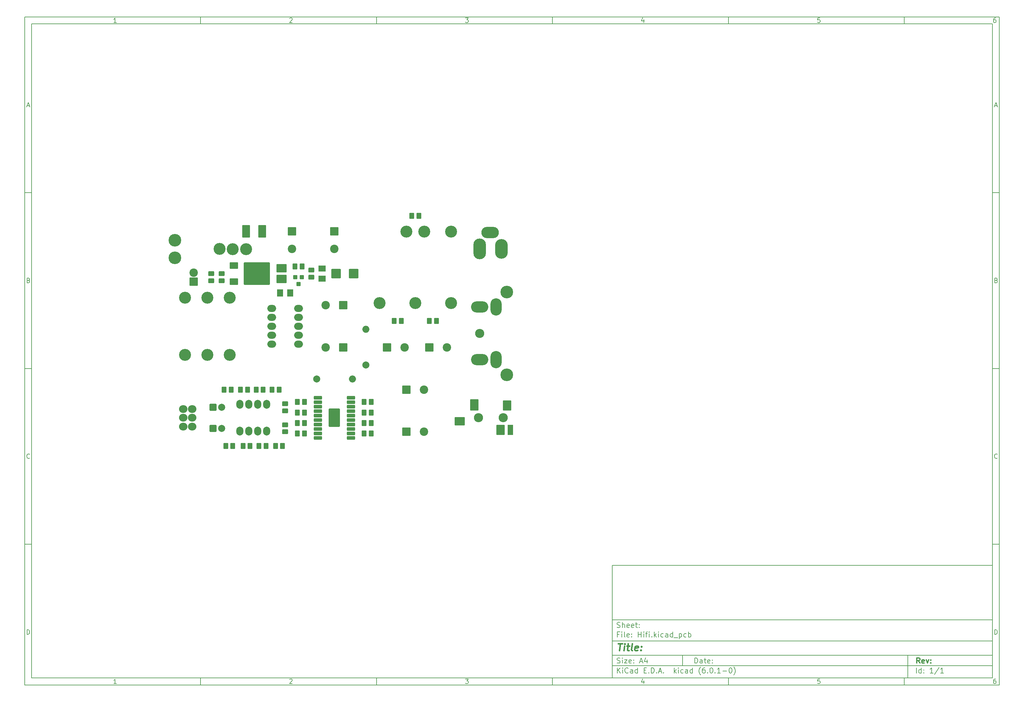
<source format=gts>
G04 #@! TF.GenerationSoftware,KiCad,Pcbnew,(6.0.1-0)*
G04 #@! TF.CreationDate,2022-01-26T00:05:37+08:00*
G04 #@! TF.ProjectId,Hifi,48696669-2e6b-4696-9361-645f70636258,rev?*
G04 #@! TF.SameCoordinates,Original*
G04 #@! TF.FileFunction,Soldermask,Top*
G04 #@! TF.FilePolarity,Negative*
%FSLAX46Y46*%
G04 Gerber Fmt 4.6, Leading zero omitted, Abs format (unit mm)*
G04 Created by KiCad (PCBNEW (6.0.1-0)) date 2022-01-26 00:05:37*
%MOMM*%
%LPD*%
G01*
G04 APERTURE LIST*
G04 Aperture macros list*
%AMRoundRect*
0 Rectangle with rounded corners*
0 $1 Rounding radius*
0 $2 $3 $4 $5 $6 $7 $8 $9 X,Y pos of 4 corners*
0 Add a 4 corners polygon primitive as box body*
4,1,4,$2,$3,$4,$5,$6,$7,$8,$9,$2,$3,0*
0 Add four circle primitives for the rounded corners*
1,1,$1+$1,$2,$3*
1,1,$1+$1,$4,$5*
1,1,$1+$1,$6,$7*
1,1,$1+$1,$8,$9*
0 Add four rect primitives between the rounded corners*
20,1,$1+$1,$2,$3,$4,$5,0*
20,1,$1+$1,$4,$5,$6,$7,0*
20,1,$1+$1,$6,$7,$8,$9,0*
20,1,$1+$1,$8,$9,$2,$3,0*%
G04 Aperture macros list end*
%ADD10C,0.100000*%
%ADD11C,0.150000*%
%ADD12C,0.300000*%
%ADD13C,0.400000*%
%ADD14RoundRect,0.200000X0.500000X0.625000X-0.500000X0.625000X-0.500000X-0.625000X0.500000X-0.625000X0*%
%ADD15RoundRect,0.200000X-0.500000X-0.625000X0.500000X-0.625000X0.500000X0.625000X-0.500000X0.625000X0*%
%ADD16RoundRect,0.200000X-1.000000X-1.000000X1.000000X-1.000000X1.000000X1.000000X-1.000000X1.000000X0*%
%ADD17C,2.400000*%
%ADD18RoundRect,0.200000X-0.900000X-1.600000X0.900000X-1.600000X0.900000X1.600000X-0.900000X1.600000X0*%
%ADD19C,2.000000*%
%ADD20O,2.000000X2.000000*%
%ADD21RoundRect,0.200000X-0.975000X-0.300000X0.975000X-0.300000X0.975000X0.300000X-0.975000X0.300000X0*%
%ADD22C,1.400000*%
%ADD23RoundRect,0.200000X-1.400000X-2.400000X1.400000X-2.400000X1.400000X2.400000X-1.400000X2.400000X0*%
%ADD24O,2.000000X2.500000*%
%ADD25O,2.400000X2.200000*%
%ADD26O,3.400000X3.400000*%
%ADD27O,2.600000X2.600000*%
%ADD28RoundRect,0.200000X-1.000000X1.250000X-1.000000X-1.250000X1.000000X-1.250000X1.000000X1.250000X0*%
%ADD29RoundRect,0.200000X-1.000000X1.400000X-1.000000X-1.400000X1.000000X-1.400000X1.000000X1.400000X0*%
%ADD30RoundRect,0.200000X-1.250000X1.000000X-1.250000X-1.000000X1.250000X-1.000000X1.250000X1.000000X0*%
%ADD31RoundRect,0.200000X-0.600000X1.250000X-0.600000X-1.250000X0.600000X-1.250000X0.600000X1.250000X0*%
%ADD32C,3.600000*%
%ADD33O,3.200000X4.900000*%
%ADD34O,4.900000X3.200000*%
%ADD35O,3.600000X5.900000*%
%ADD36O,3.600000X5.600000*%
%ADD37O,5.000000X3.200000*%
%ADD38C,3.400000*%
%ADD39O,2.500000X2.000000*%
%ADD40RoundRect,0.200000X-1.000000X0.750000X-1.000000X-0.750000X1.000000X-0.750000X1.000000X0.750000X0*%
%ADD41RoundRect,0.200000X-3.500000X3.000000X-3.500000X-3.000000X3.500000X-3.000000X3.500000X3.000000X0*%
%ADD42RoundRect,0.200000X-0.625000X0.500000X-0.625000X-0.500000X0.625000X-0.500000X0.625000X0.500000X0*%
%ADD43RoundRect,0.200000X-1.185000X-1.115000X1.185000X-1.115000X1.185000X1.115000X-1.185000X1.115000X0*%
%ADD44RoundRect,0.200000X0.850000X-0.680000X0.850000X0.680000X-0.850000X0.680000X-0.850000X-0.680000X0*%
%ADD45RoundRect,0.200000X0.680000X0.850000X-0.680000X0.850000X-0.680000X-0.850000X0.680000X-0.850000X0*%
%ADD46RoundRect,0.200000X0.400050X0.400050X-0.400050X0.400050X-0.400050X-0.400050X0.400050X-0.400050X0*%
%ADD47RoundRect,0.200000X0.625000X-0.500000X0.625000X0.500000X-0.625000X0.500000X-0.625000X-0.500000X0*%
%ADD48RoundRect,0.200000X-1.249680X0.975360X-1.249680X-0.975360X1.249680X-0.975360X1.249680X0.975360X0*%
%ADD49RoundRect,0.200000X1.000000X1.000000X-1.000000X1.000000X-1.000000X-1.000000X1.000000X-1.000000X0*%
%ADD50RoundRect,0.200000X-1.000000X1.000000X-1.000000X-1.000000X1.000000X-1.000000X1.000000X1.000000X0*%
%ADD51RoundRect,0.200000X-0.800000X-0.800000X0.800000X-0.800000X0.800000X0.800000X-0.800000X0.800000X0*%
G04 APERTURE END LIST*
D10*
D11*
X177002200Y-166007200D02*
X177002200Y-198007200D01*
X285002200Y-198007200D01*
X285002200Y-166007200D01*
X177002200Y-166007200D01*
D10*
D11*
X10000000Y-10000000D02*
X10000000Y-200007200D01*
X287002200Y-200007200D01*
X287002200Y-10000000D01*
X10000000Y-10000000D01*
D10*
D11*
X12000000Y-12000000D02*
X12000000Y-198007200D01*
X285002200Y-198007200D01*
X285002200Y-12000000D01*
X12000000Y-12000000D01*
D10*
D11*
X60000000Y-12000000D02*
X60000000Y-10000000D01*
D10*
D11*
X110000000Y-12000000D02*
X110000000Y-10000000D01*
D10*
D11*
X160000000Y-12000000D02*
X160000000Y-10000000D01*
D10*
D11*
X210000000Y-12000000D02*
X210000000Y-10000000D01*
D10*
D11*
X260000000Y-12000000D02*
X260000000Y-10000000D01*
D10*
D11*
X36065476Y-11588095D02*
X35322619Y-11588095D01*
X35694047Y-11588095D02*
X35694047Y-10288095D01*
X35570238Y-10473809D01*
X35446428Y-10597619D01*
X35322619Y-10659523D01*
D10*
D11*
X85322619Y-10411904D02*
X85384523Y-10350000D01*
X85508333Y-10288095D01*
X85817857Y-10288095D01*
X85941666Y-10350000D01*
X86003571Y-10411904D01*
X86065476Y-10535714D01*
X86065476Y-10659523D01*
X86003571Y-10845238D01*
X85260714Y-11588095D01*
X86065476Y-11588095D01*
D10*
D11*
X135260714Y-10288095D02*
X136065476Y-10288095D01*
X135632142Y-10783333D01*
X135817857Y-10783333D01*
X135941666Y-10845238D01*
X136003571Y-10907142D01*
X136065476Y-11030952D01*
X136065476Y-11340476D01*
X136003571Y-11464285D01*
X135941666Y-11526190D01*
X135817857Y-11588095D01*
X135446428Y-11588095D01*
X135322619Y-11526190D01*
X135260714Y-11464285D01*
D10*
D11*
X185941666Y-10721428D02*
X185941666Y-11588095D01*
X185632142Y-10226190D02*
X185322619Y-11154761D01*
X186127380Y-11154761D01*
D10*
D11*
X236003571Y-10288095D02*
X235384523Y-10288095D01*
X235322619Y-10907142D01*
X235384523Y-10845238D01*
X235508333Y-10783333D01*
X235817857Y-10783333D01*
X235941666Y-10845238D01*
X236003571Y-10907142D01*
X236065476Y-11030952D01*
X236065476Y-11340476D01*
X236003571Y-11464285D01*
X235941666Y-11526190D01*
X235817857Y-11588095D01*
X235508333Y-11588095D01*
X235384523Y-11526190D01*
X235322619Y-11464285D01*
D10*
D11*
X285941666Y-10288095D02*
X285694047Y-10288095D01*
X285570238Y-10350000D01*
X285508333Y-10411904D01*
X285384523Y-10597619D01*
X285322619Y-10845238D01*
X285322619Y-11340476D01*
X285384523Y-11464285D01*
X285446428Y-11526190D01*
X285570238Y-11588095D01*
X285817857Y-11588095D01*
X285941666Y-11526190D01*
X286003571Y-11464285D01*
X286065476Y-11340476D01*
X286065476Y-11030952D01*
X286003571Y-10907142D01*
X285941666Y-10845238D01*
X285817857Y-10783333D01*
X285570238Y-10783333D01*
X285446428Y-10845238D01*
X285384523Y-10907142D01*
X285322619Y-11030952D01*
D10*
D11*
X60000000Y-198007200D02*
X60000000Y-200007200D01*
D10*
D11*
X110000000Y-198007200D02*
X110000000Y-200007200D01*
D10*
D11*
X160000000Y-198007200D02*
X160000000Y-200007200D01*
D10*
D11*
X210000000Y-198007200D02*
X210000000Y-200007200D01*
D10*
D11*
X260000000Y-198007200D02*
X260000000Y-200007200D01*
D10*
D11*
X36065476Y-199595295D02*
X35322619Y-199595295D01*
X35694047Y-199595295D02*
X35694047Y-198295295D01*
X35570238Y-198481009D01*
X35446428Y-198604819D01*
X35322619Y-198666723D01*
D10*
D11*
X85322619Y-198419104D02*
X85384523Y-198357200D01*
X85508333Y-198295295D01*
X85817857Y-198295295D01*
X85941666Y-198357200D01*
X86003571Y-198419104D01*
X86065476Y-198542914D01*
X86065476Y-198666723D01*
X86003571Y-198852438D01*
X85260714Y-199595295D01*
X86065476Y-199595295D01*
D10*
D11*
X135260714Y-198295295D02*
X136065476Y-198295295D01*
X135632142Y-198790533D01*
X135817857Y-198790533D01*
X135941666Y-198852438D01*
X136003571Y-198914342D01*
X136065476Y-199038152D01*
X136065476Y-199347676D01*
X136003571Y-199471485D01*
X135941666Y-199533390D01*
X135817857Y-199595295D01*
X135446428Y-199595295D01*
X135322619Y-199533390D01*
X135260714Y-199471485D01*
D10*
D11*
X185941666Y-198728628D02*
X185941666Y-199595295D01*
X185632142Y-198233390D02*
X185322619Y-199161961D01*
X186127380Y-199161961D01*
D10*
D11*
X236003571Y-198295295D02*
X235384523Y-198295295D01*
X235322619Y-198914342D01*
X235384523Y-198852438D01*
X235508333Y-198790533D01*
X235817857Y-198790533D01*
X235941666Y-198852438D01*
X236003571Y-198914342D01*
X236065476Y-199038152D01*
X236065476Y-199347676D01*
X236003571Y-199471485D01*
X235941666Y-199533390D01*
X235817857Y-199595295D01*
X235508333Y-199595295D01*
X235384523Y-199533390D01*
X235322619Y-199471485D01*
D10*
D11*
X285941666Y-198295295D02*
X285694047Y-198295295D01*
X285570238Y-198357200D01*
X285508333Y-198419104D01*
X285384523Y-198604819D01*
X285322619Y-198852438D01*
X285322619Y-199347676D01*
X285384523Y-199471485D01*
X285446428Y-199533390D01*
X285570238Y-199595295D01*
X285817857Y-199595295D01*
X285941666Y-199533390D01*
X286003571Y-199471485D01*
X286065476Y-199347676D01*
X286065476Y-199038152D01*
X286003571Y-198914342D01*
X285941666Y-198852438D01*
X285817857Y-198790533D01*
X285570238Y-198790533D01*
X285446428Y-198852438D01*
X285384523Y-198914342D01*
X285322619Y-199038152D01*
D10*
D11*
X10000000Y-60000000D02*
X12000000Y-60000000D01*
D10*
D11*
X10000000Y-110000000D02*
X12000000Y-110000000D01*
D10*
D11*
X10000000Y-160000000D02*
X12000000Y-160000000D01*
D10*
D11*
X10690476Y-35216666D02*
X11309523Y-35216666D01*
X10566666Y-35588095D02*
X11000000Y-34288095D01*
X11433333Y-35588095D01*
D10*
D11*
X11092857Y-84907142D02*
X11278571Y-84969047D01*
X11340476Y-85030952D01*
X11402380Y-85154761D01*
X11402380Y-85340476D01*
X11340476Y-85464285D01*
X11278571Y-85526190D01*
X11154761Y-85588095D01*
X10659523Y-85588095D01*
X10659523Y-84288095D01*
X11092857Y-84288095D01*
X11216666Y-84350000D01*
X11278571Y-84411904D01*
X11340476Y-84535714D01*
X11340476Y-84659523D01*
X11278571Y-84783333D01*
X11216666Y-84845238D01*
X11092857Y-84907142D01*
X10659523Y-84907142D01*
D10*
D11*
X11402380Y-135464285D02*
X11340476Y-135526190D01*
X11154761Y-135588095D01*
X11030952Y-135588095D01*
X10845238Y-135526190D01*
X10721428Y-135402380D01*
X10659523Y-135278571D01*
X10597619Y-135030952D01*
X10597619Y-134845238D01*
X10659523Y-134597619D01*
X10721428Y-134473809D01*
X10845238Y-134350000D01*
X11030952Y-134288095D01*
X11154761Y-134288095D01*
X11340476Y-134350000D01*
X11402380Y-134411904D01*
D10*
D11*
X10659523Y-185588095D02*
X10659523Y-184288095D01*
X10969047Y-184288095D01*
X11154761Y-184350000D01*
X11278571Y-184473809D01*
X11340476Y-184597619D01*
X11402380Y-184845238D01*
X11402380Y-185030952D01*
X11340476Y-185278571D01*
X11278571Y-185402380D01*
X11154761Y-185526190D01*
X10969047Y-185588095D01*
X10659523Y-185588095D01*
D10*
D11*
X287002200Y-60000000D02*
X285002200Y-60000000D01*
D10*
D11*
X287002200Y-110000000D02*
X285002200Y-110000000D01*
D10*
D11*
X287002200Y-160000000D02*
X285002200Y-160000000D01*
D10*
D11*
X285692676Y-35216666D02*
X286311723Y-35216666D01*
X285568866Y-35588095D02*
X286002200Y-34288095D01*
X286435533Y-35588095D01*
D10*
D11*
X286095057Y-84907142D02*
X286280771Y-84969047D01*
X286342676Y-85030952D01*
X286404580Y-85154761D01*
X286404580Y-85340476D01*
X286342676Y-85464285D01*
X286280771Y-85526190D01*
X286156961Y-85588095D01*
X285661723Y-85588095D01*
X285661723Y-84288095D01*
X286095057Y-84288095D01*
X286218866Y-84350000D01*
X286280771Y-84411904D01*
X286342676Y-84535714D01*
X286342676Y-84659523D01*
X286280771Y-84783333D01*
X286218866Y-84845238D01*
X286095057Y-84907142D01*
X285661723Y-84907142D01*
D10*
D11*
X286404580Y-135464285D02*
X286342676Y-135526190D01*
X286156961Y-135588095D01*
X286033152Y-135588095D01*
X285847438Y-135526190D01*
X285723628Y-135402380D01*
X285661723Y-135278571D01*
X285599819Y-135030952D01*
X285599819Y-134845238D01*
X285661723Y-134597619D01*
X285723628Y-134473809D01*
X285847438Y-134350000D01*
X286033152Y-134288095D01*
X286156961Y-134288095D01*
X286342676Y-134350000D01*
X286404580Y-134411904D01*
D10*
D11*
X285661723Y-185588095D02*
X285661723Y-184288095D01*
X285971247Y-184288095D01*
X286156961Y-184350000D01*
X286280771Y-184473809D01*
X286342676Y-184597619D01*
X286404580Y-184845238D01*
X286404580Y-185030952D01*
X286342676Y-185278571D01*
X286280771Y-185402380D01*
X286156961Y-185526190D01*
X285971247Y-185588095D01*
X285661723Y-185588095D01*
D10*
D11*
X200434342Y-193785771D02*
X200434342Y-192285771D01*
X200791485Y-192285771D01*
X201005771Y-192357200D01*
X201148628Y-192500057D01*
X201220057Y-192642914D01*
X201291485Y-192928628D01*
X201291485Y-193142914D01*
X201220057Y-193428628D01*
X201148628Y-193571485D01*
X201005771Y-193714342D01*
X200791485Y-193785771D01*
X200434342Y-193785771D01*
X202577200Y-193785771D02*
X202577200Y-193000057D01*
X202505771Y-192857200D01*
X202362914Y-192785771D01*
X202077200Y-192785771D01*
X201934342Y-192857200D01*
X202577200Y-193714342D02*
X202434342Y-193785771D01*
X202077200Y-193785771D01*
X201934342Y-193714342D01*
X201862914Y-193571485D01*
X201862914Y-193428628D01*
X201934342Y-193285771D01*
X202077200Y-193214342D01*
X202434342Y-193214342D01*
X202577200Y-193142914D01*
X203077200Y-192785771D02*
X203648628Y-192785771D01*
X203291485Y-192285771D02*
X203291485Y-193571485D01*
X203362914Y-193714342D01*
X203505771Y-193785771D01*
X203648628Y-193785771D01*
X204720057Y-193714342D02*
X204577200Y-193785771D01*
X204291485Y-193785771D01*
X204148628Y-193714342D01*
X204077200Y-193571485D01*
X204077200Y-193000057D01*
X204148628Y-192857200D01*
X204291485Y-192785771D01*
X204577200Y-192785771D01*
X204720057Y-192857200D01*
X204791485Y-193000057D01*
X204791485Y-193142914D01*
X204077200Y-193285771D01*
X205434342Y-193642914D02*
X205505771Y-193714342D01*
X205434342Y-193785771D01*
X205362914Y-193714342D01*
X205434342Y-193642914D01*
X205434342Y-193785771D01*
X205434342Y-192857200D02*
X205505771Y-192928628D01*
X205434342Y-193000057D01*
X205362914Y-192928628D01*
X205434342Y-192857200D01*
X205434342Y-193000057D01*
D10*
D11*
X177002200Y-194507200D02*
X285002200Y-194507200D01*
D10*
D11*
X178434342Y-196585771D02*
X178434342Y-195085771D01*
X179291485Y-196585771D02*
X178648628Y-195728628D01*
X179291485Y-195085771D02*
X178434342Y-195942914D01*
X179934342Y-196585771D02*
X179934342Y-195585771D01*
X179934342Y-195085771D02*
X179862914Y-195157200D01*
X179934342Y-195228628D01*
X180005771Y-195157200D01*
X179934342Y-195085771D01*
X179934342Y-195228628D01*
X181505771Y-196442914D02*
X181434342Y-196514342D01*
X181220057Y-196585771D01*
X181077200Y-196585771D01*
X180862914Y-196514342D01*
X180720057Y-196371485D01*
X180648628Y-196228628D01*
X180577200Y-195942914D01*
X180577200Y-195728628D01*
X180648628Y-195442914D01*
X180720057Y-195300057D01*
X180862914Y-195157200D01*
X181077200Y-195085771D01*
X181220057Y-195085771D01*
X181434342Y-195157200D01*
X181505771Y-195228628D01*
X182791485Y-196585771D02*
X182791485Y-195800057D01*
X182720057Y-195657200D01*
X182577200Y-195585771D01*
X182291485Y-195585771D01*
X182148628Y-195657200D01*
X182791485Y-196514342D02*
X182648628Y-196585771D01*
X182291485Y-196585771D01*
X182148628Y-196514342D01*
X182077200Y-196371485D01*
X182077200Y-196228628D01*
X182148628Y-196085771D01*
X182291485Y-196014342D01*
X182648628Y-196014342D01*
X182791485Y-195942914D01*
X184148628Y-196585771D02*
X184148628Y-195085771D01*
X184148628Y-196514342D02*
X184005771Y-196585771D01*
X183720057Y-196585771D01*
X183577200Y-196514342D01*
X183505771Y-196442914D01*
X183434342Y-196300057D01*
X183434342Y-195871485D01*
X183505771Y-195728628D01*
X183577200Y-195657200D01*
X183720057Y-195585771D01*
X184005771Y-195585771D01*
X184148628Y-195657200D01*
X186005771Y-195800057D02*
X186505771Y-195800057D01*
X186720057Y-196585771D02*
X186005771Y-196585771D01*
X186005771Y-195085771D01*
X186720057Y-195085771D01*
X187362914Y-196442914D02*
X187434342Y-196514342D01*
X187362914Y-196585771D01*
X187291485Y-196514342D01*
X187362914Y-196442914D01*
X187362914Y-196585771D01*
X188077200Y-196585771D02*
X188077200Y-195085771D01*
X188434342Y-195085771D01*
X188648628Y-195157200D01*
X188791485Y-195300057D01*
X188862914Y-195442914D01*
X188934342Y-195728628D01*
X188934342Y-195942914D01*
X188862914Y-196228628D01*
X188791485Y-196371485D01*
X188648628Y-196514342D01*
X188434342Y-196585771D01*
X188077200Y-196585771D01*
X189577200Y-196442914D02*
X189648628Y-196514342D01*
X189577200Y-196585771D01*
X189505771Y-196514342D01*
X189577200Y-196442914D01*
X189577200Y-196585771D01*
X190220057Y-196157200D02*
X190934342Y-196157200D01*
X190077200Y-196585771D02*
X190577200Y-195085771D01*
X191077200Y-196585771D01*
X191577200Y-196442914D02*
X191648628Y-196514342D01*
X191577200Y-196585771D01*
X191505771Y-196514342D01*
X191577200Y-196442914D01*
X191577200Y-196585771D01*
X194577200Y-196585771D02*
X194577200Y-195085771D01*
X194720057Y-196014342D02*
X195148628Y-196585771D01*
X195148628Y-195585771D02*
X194577200Y-196157200D01*
X195791485Y-196585771D02*
X195791485Y-195585771D01*
X195791485Y-195085771D02*
X195720057Y-195157200D01*
X195791485Y-195228628D01*
X195862914Y-195157200D01*
X195791485Y-195085771D01*
X195791485Y-195228628D01*
X197148628Y-196514342D02*
X197005771Y-196585771D01*
X196720057Y-196585771D01*
X196577200Y-196514342D01*
X196505771Y-196442914D01*
X196434342Y-196300057D01*
X196434342Y-195871485D01*
X196505771Y-195728628D01*
X196577200Y-195657200D01*
X196720057Y-195585771D01*
X197005771Y-195585771D01*
X197148628Y-195657200D01*
X198434342Y-196585771D02*
X198434342Y-195800057D01*
X198362914Y-195657200D01*
X198220057Y-195585771D01*
X197934342Y-195585771D01*
X197791485Y-195657200D01*
X198434342Y-196514342D02*
X198291485Y-196585771D01*
X197934342Y-196585771D01*
X197791485Y-196514342D01*
X197720057Y-196371485D01*
X197720057Y-196228628D01*
X197791485Y-196085771D01*
X197934342Y-196014342D01*
X198291485Y-196014342D01*
X198434342Y-195942914D01*
X199791485Y-196585771D02*
X199791485Y-195085771D01*
X199791485Y-196514342D02*
X199648628Y-196585771D01*
X199362914Y-196585771D01*
X199220057Y-196514342D01*
X199148628Y-196442914D01*
X199077200Y-196300057D01*
X199077200Y-195871485D01*
X199148628Y-195728628D01*
X199220057Y-195657200D01*
X199362914Y-195585771D01*
X199648628Y-195585771D01*
X199791485Y-195657200D01*
X202077200Y-197157200D02*
X202005771Y-197085771D01*
X201862914Y-196871485D01*
X201791485Y-196728628D01*
X201720057Y-196514342D01*
X201648628Y-196157200D01*
X201648628Y-195871485D01*
X201720057Y-195514342D01*
X201791485Y-195300057D01*
X201862914Y-195157200D01*
X202005771Y-194942914D01*
X202077200Y-194871485D01*
X203291485Y-195085771D02*
X203005771Y-195085771D01*
X202862914Y-195157200D01*
X202791485Y-195228628D01*
X202648628Y-195442914D01*
X202577200Y-195728628D01*
X202577200Y-196300057D01*
X202648628Y-196442914D01*
X202720057Y-196514342D01*
X202862914Y-196585771D01*
X203148628Y-196585771D01*
X203291485Y-196514342D01*
X203362914Y-196442914D01*
X203434342Y-196300057D01*
X203434342Y-195942914D01*
X203362914Y-195800057D01*
X203291485Y-195728628D01*
X203148628Y-195657200D01*
X202862914Y-195657200D01*
X202720057Y-195728628D01*
X202648628Y-195800057D01*
X202577200Y-195942914D01*
X204077200Y-196442914D02*
X204148628Y-196514342D01*
X204077200Y-196585771D01*
X204005771Y-196514342D01*
X204077200Y-196442914D01*
X204077200Y-196585771D01*
X205077200Y-195085771D02*
X205220057Y-195085771D01*
X205362914Y-195157200D01*
X205434342Y-195228628D01*
X205505771Y-195371485D01*
X205577200Y-195657200D01*
X205577200Y-196014342D01*
X205505771Y-196300057D01*
X205434342Y-196442914D01*
X205362914Y-196514342D01*
X205220057Y-196585771D01*
X205077200Y-196585771D01*
X204934342Y-196514342D01*
X204862914Y-196442914D01*
X204791485Y-196300057D01*
X204720057Y-196014342D01*
X204720057Y-195657200D01*
X204791485Y-195371485D01*
X204862914Y-195228628D01*
X204934342Y-195157200D01*
X205077200Y-195085771D01*
X206220057Y-196442914D02*
X206291485Y-196514342D01*
X206220057Y-196585771D01*
X206148628Y-196514342D01*
X206220057Y-196442914D01*
X206220057Y-196585771D01*
X207720057Y-196585771D02*
X206862914Y-196585771D01*
X207291485Y-196585771D02*
X207291485Y-195085771D01*
X207148628Y-195300057D01*
X207005771Y-195442914D01*
X206862914Y-195514342D01*
X208362914Y-196014342D02*
X209505771Y-196014342D01*
X210505771Y-195085771D02*
X210648628Y-195085771D01*
X210791485Y-195157200D01*
X210862914Y-195228628D01*
X210934342Y-195371485D01*
X211005771Y-195657200D01*
X211005771Y-196014342D01*
X210934342Y-196300057D01*
X210862914Y-196442914D01*
X210791485Y-196514342D01*
X210648628Y-196585771D01*
X210505771Y-196585771D01*
X210362914Y-196514342D01*
X210291485Y-196442914D01*
X210220057Y-196300057D01*
X210148628Y-196014342D01*
X210148628Y-195657200D01*
X210220057Y-195371485D01*
X210291485Y-195228628D01*
X210362914Y-195157200D01*
X210505771Y-195085771D01*
X211505771Y-197157200D02*
X211577200Y-197085771D01*
X211720057Y-196871485D01*
X211791485Y-196728628D01*
X211862914Y-196514342D01*
X211934342Y-196157200D01*
X211934342Y-195871485D01*
X211862914Y-195514342D01*
X211791485Y-195300057D01*
X211720057Y-195157200D01*
X211577200Y-194942914D01*
X211505771Y-194871485D01*
D10*
D11*
X177002200Y-191507200D02*
X285002200Y-191507200D01*
D10*
D12*
X264411485Y-193785771D02*
X263911485Y-193071485D01*
X263554342Y-193785771D02*
X263554342Y-192285771D01*
X264125771Y-192285771D01*
X264268628Y-192357200D01*
X264340057Y-192428628D01*
X264411485Y-192571485D01*
X264411485Y-192785771D01*
X264340057Y-192928628D01*
X264268628Y-193000057D01*
X264125771Y-193071485D01*
X263554342Y-193071485D01*
X265625771Y-193714342D02*
X265482914Y-193785771D01*
X265197200Y-193785771D01*
X265054342Y-193714342D01*
X264982914Y-193571485D01*
X264982914Y-193000057D01*
X265054342Y-192857200D01*
X265197200Y-192785771D01*
X265482914Y-192785771D01*
X265625771Y-192857200D01*
X265697200Y-193000057D01*
X265697200Y-193142914D01*
X264982914Y-193285771D01*
X266197200Y-192785771D02*
X266554342Y-193785771D01*
X266911485Y-192785771D01*
X267482914Y-193642914D02*
X267554342Y-193714342D01*
X267482914Y-193785771D01*
X267411485Y-193714342D01*
X267482914Y-193642914D01*
X267482914Y-193785771D01*
X267482914Y-192857200D02*
X267554342Y-192928628D01*
X267482914Y-193000057D01*
X267411485Y-192928628D01*
X267482914Y-192857200D01*
X267482914Y-193000057D01*
D10*
D11*
X178362914Y-193714342D02*
X178577200Y-193785771D01*
X178934342Y-193785771D01*
X179077200Y-193714342D01*
X179148628Y-193642914D01*
X179220057Y-193500057D01*
X179220057Y-193357200D01*
X179148628Y-193214342D01*
X179077200Y-193142914D01*
X178934342Y-193071485D01*
X178648628Y-193000057D01*
X178505771Y-192928628D01*
X178434342Y-192857200D01*
X178362914Y-192714342D01*
X178362914Y-192571485D01*
X178434342Y-192428628D01*
X178505771Y-192357200D01*
X178648628Y-192285771D01*
X179005771Y-192285771D01*
X179220057Y-192357200D01*
X179862914Y-193785771D02*
X179862914Y-192785771D01*
X179862914Y-192285771D02*
X179791485Y-192357200D01*
X179862914Y-192428628D01*
X179934342Y-192357200D01*
X179862914Y-192285771D01*
X179862914Y-192428628D01*
X180434342Y-192785771D02*
X181220057Y-192785771D01*
X180434342Y-193785771D01*
X181220057Y-193785771D01*
X182362914Y-193714342D02*
X182220057Y-193785771D01*
X181934342Y-193785771D01*
X181791485Y-193714342D01*
X181720057Y-193571485D01*
X181720057Y-193000057D01*
X181791485Y-192857200D01*
X181934342Y-192785771D01*
X182220057Y-192785771D01*
X182362914Y-192857200D01*
X182434342Y-193000057D01*
X182434342Y-193142914D01*
X181720057Y-193285771D01*
X183077200Y-193642914D02*
X183148628Y-193714342D01*
X183077200Y-193785771D01*
X183005771Y-193714342D01*
X183077200Y-193642914D01*
X183077200Y-193785771D01*
X183077200Y-192857200D02*
X183148628Y-192928628D01*
X183077200Y-193000057D01*
X183005771Y-192928628D01*
X183077200Y-192857200D01*
X183077200Y-193000057D01*
X184862914Y-193357200D02*
X185577200Y-193357200D01*
X184720057Y-193785771D02*
X185220057Y-192285771D01*
X185720057Y-193785771D01*
X186862914Y-192785771D02*
X186862914Y-193785771D01*
X186505771Y-192214342D02*
X186148628Y-193285771D01*
X187077200Y-193285771D01*
D10*
D11*
X263434342Y-196585771D02*
X263434342Y-195085771D01*
X264791485Y-196585771D02*
X264791485Y-195085771D01*
X264791485Y-196514342D02*
X264648628Y-196585771D01*
X264362914Y-196585771D01*
X264220057Y-196514342D01*
X264148628Y-196442914D01*
X264077200Y-196300057D01*
X264077200Y-195871485D01*
X264148628Y-195728628D01*
X264220057Y-195657200D01*
X264362914Y-195585771D01*
X264648628Y-195585771D01*
X264791485Y-195657200D01*
X265505771Y-196442914D02*
X265577200Y-196514342D01*
X265505771Y-196585771D01*
X265434342Y-196514342D01*
X265505771Y-196442914D01*
X265505771Y-196585771D01*
X265505771Y-195657200D02*
X265577200Y-195728628D01*
X265505771Y-195800057D01*
X265434342Y-195728628D01*
X265505771Y-195657200D01*
X265505771Y-195800057D01*
X268148628Y-196585771D02*
X267291485Y-196585771D01*
X267720057Y-196585771D02*
X267720057Y-195085771D01*
X267577200Y-195300057D01*
X267434342Y-195442914D01*
X267291485Y-195514342D01*
X269862914Y-195014342D02*
X268577200Y-196942914D01*
X271148628Y-196585771D02*
X270291485Y-196585771D01*
X270720057Y-196585771D02*
X270720057Y-195085771D01*
X270577200Y-195300057D01*
X270434342Y-195442914D01*
X270291485Y-195514342D01*
D10*
D11*
X177002200Y-187507200D02*
X285002200Y-187507200D01*
D10*
D13*
X178714580Y-188211961D02*
X179857438Y-188211961D01*
X179036009Y-190211961D02*
X179286009Y-188211961D01*
X180274104Y-190211961D02*
X180440771Y-188878628D01*
X180524104Y-188211961D02*
X180416961Y-188307200D01*
X180500295Y-188402438D01*
X180607438Y-188307200D01*
X180524104Y-188211961D01*
X180500295Y-188402438D01*
X181107438Y-188878628D02*
X181869342Y-188878628D01*
X181476485Y-188211961D02*
X181262200Y-189926247D01*
X181333628Y-190116723D01*
X181512200Y-190211961D01*
X181702676Y-190211961D01*
X182655057Y-190211961D02*
X182476485Y-190116723D01*
X182405057Y-189926247D01*
X182619342Y-188211961D01*
X184190771Y-190116723D02*
X183988390Y-190211961D01*
X183607438Y-190211961D01*
X183428866Y-190116723D01*
X183357438Y-189926247D01*
X183452676Y-189164342D01*
X183571723Y-188973866D01*
X183774104Y-188878628D01*
X184155057Y-188878628D01*
X184333628Y-188973866D01*
X184405057Y-189164342D01*
X184381247Y-189354819D01*
X183405057Y-189545295D01*
X185155057Y-190021485D02*
X185238390Y-190116723D01*
X185131247Y-190211961D01*
X185047914Y-190116723D01*
X185155057Y-190021485D01*
X185131247Y-190211961D01*
X185286009Y-188973866D02*
X185369342Y-189069104D01*
X185262200Y-189164342D01*
X185178866Y-189069104D01*
X185286009Y-188973866D01*
X185262200Y-189164342D01*
D10*
D11*
X178934342Y-185600057D02*
X178434342Y-185600057D01*
X178434342Y-186385771D02*
X178434342Y-184885771D01*
X179148628Y-184885771D01*
X179720057Y-186385771D02*
X179720057Y-185385771D01*
X179720057Y-184885771D02*
X179648628Y-184957200D01*
X179720057Y-185028628D01*
X179791485Y-184957200D01*
X179720057Y-184885771D01*
X179720057Y-185028628D01*
X180648628Y-186385771D02*
X180505771Y-186314342D01*
X180434342Y-186171485D01*
X180434342Y-184885771D01*
X181791485Y-186314342D02*
X181648628Y-186385771D01*
X181362914Y-186385771D01*
X181220057Y-186314342D01*
X181148628Y-186171485D01*
X181148628Y-185600057D01*
X181220057Y-185457200D01*
X181362914Y-185385771D01*
X181648628Y-185385771D01*
X181791485Y-185457200D01*
X181862914Y-185600057D01*
X181862914Y-185742914D01*
X181148628Y-185885771D01*
X182505771Y-186242914D02*
X182577200Y-186314342D01*
X182505771Y-186385771D01*
X182434342Y-186314342D01*
X182505771Y-186242914D01*
X182505771Y-186385771D01*
X182505771Y-185457200D02*
X182577200Y-185528628D01*
X182505771Y-185600057D01*
X182434342Y-185528628D01*
X182505771Y-185457200D01*
X182505771Y-185600057D01*
X184362914Y-186385771D02*
X184362914Y-184885771D01*
X184362914Y-185600057D02*
X185220057Y-185600057D01*
X185220057Y-186385771D02*
X185220057Y-184885771D01*
X185934342Y-186385771D02*
X185934342Y-185385771D01*
X185934342Y-184885771D02*
X185862914Y-184957200D01*
X185934342Y-185028628D01*
X186005771Y-184957200D01*
X185934342Y-184885771D01*
X185934342Y-185028628D01*
X186434342Y-185385771D02*
X187005771Y-185385771D01*
X186648628Y-186385771D02*
X186648628Y-185100057D01*
X186720057Y-184957200D01*
X186862914Y-184885771D01*
X187005771Y-184885771D01*
X187505771Y-186385771D02*
X187505771Y-185385771D01*
X187505771Y-184885771D02*
X187434342Y-184957200D01*
X187505771Y-185028628D01*
X187577200Y-184957200D01*
X187505771Y-184885771D01*
X187505771Y-185028628D01*
X188220057Y-186242914D02*
X188291485Y-186314342D01*
X188220057Y-186385771D01*
X188148628Y-186314342D01*
X188220057Y-186242914D01*
X188220057Y-186385771D01*
X188934342Y-186385771D02*
X188934342Y-184885771D01*
X189077200Y-185814342D02*
X189505771Y-186385771D01*
X189505771Y-185385771D02*
X188934342Y-185957200D01*
X190148628Y-186385771D02*
X190148628Y-185385771D01*
X190148628Y-184885771D02*
X190077200Y-184957200D01*
X190148628Y-185028628D01*
X190220057Y-184957200D01*
X190148628Y-184885771D01*
X190148628Y-185028628D01*
X191505771Y-186314342D02*
X191362914Y-186385771D01*
X191077200Y-186385771D01*
X190934342Y-186314342D01*
X190862914Y-186242914D01*
X190791485Y-186100057D01*
X190791485Y-185671485D01*
X190862914Y-185528628D01*
X190934342Y-185457200D01*
X191077200Y-185385771D01*
X191362914Y-185385771D01*
X191505771Y-185457200D01*
X192791485Y-186385771D02*
X192791485Y-185600057D01*
X192720057Y-185457200D01*
X192577200Y-185385771D01*
X192291485Y-185385771D01*
X192148628Y-185457200D01*
X192791485Y-186314342D02*
X192648628Y-186385771D01*
X192291485Y-186385771D01*
X192148628Y-186314342D01*
X192077200Y-186171485D01*
X192077200Y-186028628D01*
X192148628Y-185885771D01*
X192291485Y-185814342D01*
X192648628Y-185814342D01*
X192791485Y-185742914D01*
X194148628Y-186385771D02*
X194148628Y-184885771D01*
X194148628Y-186314342D02*
X194005771Y-186385771D01*
X193720057Y-186385771D01*
X193577200Y-186314342D01*
X193505771Y-186242914D01*
X193434342Y-186100057D01*
X193434342Y-185671485D01*
X193505771Y-185528628D01*
X193577200Y-185457200D01*
X193720057Y-185385771D01*
X194005771Y-185385771D01*
X194148628Y-185457200D01*
X194505771Y-186528628D02*
X195648628Y-186528628D01*
X196005771Y-185385771D02*
X196005771Y-186885771D01*
X196005771Y-185457200D02*
X196148628Y-185385771D01*
X196434342Y-185385771D01*
X196577200Y-185457200D01*
X196648628Y-185528628D01*
X196720057Y-185671485D01*
X196720057Y-186100057D01*
X196648628Y-186242914D01*
X196577200Y-186314342D01*
X196434342Y-186385771D01*
X196148628Y-186385771D01*
X196005771Y-186314342D01*
X198005771Y-186314342D02*
X197862914Y-186385771D01*
X197577200Y-186385771D01*
X197434342Y-186314342D01*
X197362914Y-186242914D01*
X197291485Y-186100057D01*
X197291485Y-185671485D01*
X197362914Y-185528628D01*
X197434342Y-185457200D01*
X197577200Y-185385771D01*
X197862914Y-185385771D01*
X198005771Y-185457200D01*
X198648628Y-186385771D02*
X198648628Y-184885771D01*
X198648628Y-185457200D02*
X198791485Y-185385771D01*
X199077200Y-185385771D01*
X199220057Y-185457200D01*
X199291485Y-185528628D01*
X199362914Y-185671485D01*
X199362914Y-186100057D01*
X199291485Y-186242914D01*
X199220057Y-186314342D01*
X199077200Y-186385771D01*
X198791485Y-186385771D01*
X198648628Y-186314342D01*
D10*
D11*
X177002200Y-181507200D02*
X285002200Y-181507200D01*
D10*
D11*
X178362914Y-183614342D02*
X178577200Y-183685771D01*
X178934342Y-183685771D01*
X179077200Y-183614342D01*
X179148628Y-183542914D01*
X179220057Y-183400057D01*
X179220057Y-183257200D01*
X179148628Y-183114342D01*
X179077200Y-183042914D01*
X178934342Y-182971485D01*
X178648628Y-182900057D01*
X178505771Y-182828628D01*
X178434342Y-182757200D01*
X178362914Y-182614342D01*
X178362914Y-182471485D01*
X178434342Y-182328628D01*
X178505771Y-182257200D01*
X178648628Y-182185771D01*
X179005771Y-182185771D01*
X179220057Y-182257200D01*
X179862914Y-183685771D02*
X179862914Y-182185771D01*
X180505771Y-183685771D02*
X180505771Y-182900057D01*
X180434342Y-182757200D01*
X180291485Y-182685771D01*
X180077200Y-182685771D01*
X179934342Y-182757200D01*
X179862914Y-182828628D01*
X181791485Y-183614342D02*
X181648628Y-183685771D01*
X181362914Y-183685771D01*
X181220057Y-183614342D01*
X181148628Y-183471485D01*
X181148628Y-182900057D01*
X181220057Y-182757200D01*
X181362914Y-182685771D01*
X181648628Y-182685771D01*
X181791485Y-182757200D01*
X181862914Y-182900057D01*
X181862914Y-183042914D01*
X181148628Y-183185771D01*
X183077200Y-183614342D02*
X182934342Y-183685771D01*
X182648628Y-183685771D01*
X182505771Y-183614342D01*
X182434342Y-183471485D01*
X182434342Y-182900057D01*
X182505771Y-182757200D01*
X182648628Y-182685771D01*
X182934342Y-182685771D01*
X183077200Y-182757200D01*
X183148628Y-182900057D01*
X183148628Y-183042914D01*
X182434342Y-183185771D01*
X183577200Y-182685771D02*
X184148628Y-182685771D01*
X183791485Y-182185771D02*
X183791485Y-183471485D01*
X183862914Y-183614342D01*
X184005771Y-183685771D01*
X184148628Y-183685771D01*
X184648628Y-183542914D02*
X184720057Y-183614342D01*
X184648628Y-183685771D01*
X184577200Y-183614342D01*
X184648628Y-183542914D01*
X184648628Y-183685771D01*
X184648628Y-182757200D02*
X184720057Y-182828628D01*
X184648628Y-182900057D01*
X184577200Y-182828628D01*
X184648628Y-182757200D01*
X184648628Y-182900057D01*
D10*
D12*
D10*
D11*
D10*
D11*
D10*
D11*
D10*
D11*
D10*
D11*
X197002200Y-191507200D02*
X197002200Y-194507200D01*
D10*
D11*
X261002200Y-191507200D02*
X261002200Y-198007200D01*
D14*
X122000000Y-66600000D03*
X120000000Y-66600000D03*
D15*
X125000000Y-96500000D03*
X127000000Y-96500000D03*
X115000000Y-96500000D03*
X117000000Y-96500000D03*
D16*
X125000000Y-104000000D03*
D17*
X130000000Y-104000000D03*
D16*
X113000000Y-104000000D03*
D17*
X118000000Y-104000000D03*
D14*
X68660000Y-116000000D03*
X66660000Y-116000000D03*
X83300000Y-132000000D03*
X81300000Y-132000000D03*
D18*
X72970000Y-71000000D03*
X77470000Y-71000000D03*
D15*
X67150000Y-132000000D03*
X69150000Y-132000000D03*
D14*
X73320000Y-116000000D03*
X71320000Y-116000000D03*
D15*
X75770000Y-116000000D03*
X77770000Y-116000000D03*
X72070000Y-132000000D03*
X74070000Y-132000000D03*
X76600000Y-132000000D03*
X78600000Y-132000000D03*
X80290000Y-116000000D03*
X82290000Y-116000000D03*
D14*
X89500000Y-128500000D03*
X87500000Y-128500000D03*
X89500000Y-125500000D03*
X87500000Y-125500000D03*
D19*
X92960000Y-113000000D03*
D20*
X103120000Y-113000000D03*
D19*
X107000000Y-109000000D03*
D20*
X107000000Y-98840000D03*
D14*
X108500000Y-125500000D03*
X106500000Y-125500000D03*
D15*
X106500000Y-128500000D03*
X108500000Y-128500000D03*
D21*
X93300000Y-118285000D03*
X93300000Y-119555000D03*
X93300000Y-120825000D03*
X93300000Y-122095000D03*
X93300000Y-123365000D03*
X93300000Y-124635000D03*
X93300000Y-125905000D03*
X93300000Y-127175000D03*
X93300000Y-128445000D03*
X93300000Y-129715000D03*
D22*
X97450000Y-125650000D03*
X97450000Y-124550000D03*
X98550000Y-125650000D03*
X98550000Y-124550000D03*
D23*
X98000000Y-124000000D03*
D22*
X98550000Y-123450000D03*
X97450000Y-123450000D03*
X97450000Y-122350000D03*
X98550000Y-122350000D03*
D21*
X102700000Y-129715000D03*
X102700000Y-128445000D03*
X102700000Y-127175000D03*
X102700000Y-125905000D03*
X102700000Y-124635000D03*
X102700000Y-123365000D03*
X102700000Y-122095000D03*
X102700000Y-120825000D03*
X102700000Y-119555000D03*
X102700000Y-118285000D03*
D24*
X78810000Y-120190000D03*
X76270000Y-120190000D03*
X73730000Y-120190000D03*
X71190000Y-120190000D03*
X71190000Y-127810000D03*
X73730000Y-127810000D03*
X76270000Y-127810000D03*
X78810000Y-127810000D03*
D25*
X55100000Y-121500000D03*
X55100000Y-124000000D03*
X55100000Y-126500000D03*
X57600000Y-121500000D03*
X57600000Y-124000000D03*
X57600000Y-126500000D03*
D26*
X123540000Y-71040000D03*
X118460000Y-71040000D03*
X110840000Y-91360000D03*
X121000000Y-91360000D03*
X131160000Y-91360000D03*
X131160000Y-71040000D03*
X55550000Y-89885000D03*
X61900000Y-89885000D03*
X68250000Y-89885000D03*
X68250000Y-106115000D03*
X61900000Y-106115000D03*
X55550000Y-106115000D03*
D27*
X139000000Y-124000000D03*
X146000000Y-124000000D03*
D28*
X147100000Y-120550000D03*
D29*
X137800000Y-120300000D03*
D28*
X145200000Y-127450000D03*
D30*
X133600000Y-125000000D03*
D31*
X148000000Y-127450000D03*
D32*
X147000000Y-88250000D03*
D33*
X144000000Y-92500000D03*
D34*
X139300000Y-92500000D03*
D27*
X139300000Y-100000000D03*
D34*
X139300000Y-107500000D03*
D33*
X144000000Y-107500000D03*
D32*
X147000000Y-111750000D03*
D35*
X139300000Y-76000000D03*
D36*
X145500000Y-76000000D03*
D37*
X142300000Y-71300000D03*
D32*
X52660000Y-73500000D03*
X52660000Y-78500000D03*
D38*
X65360000Y-76000000D03*
X69160000Y-76020000D03*
X72960000Y-76080000D03*
D15*
X87500000Y-122500000D03*
X89500000Y-122500000D03*
D14*
X108500000Y-119500000D03*
X106500000Y-119500000D03*
D15*
X87500000Y-119500000D03*
X89500000Y-119500000D03*
D14*
X108500000Y-122500000D03*
X106500000Y-122500000D03*
D39*
X80190000Y-92920000D03*
X80190000Y-95460000D03*
X80190000Y-98000000D03*
X80190000Y-100540000D03*
X80190000Y-103080000D03*
X87810000Y-103080000D03*
X87810000Y-100540000D03*
X87810000Y-98000000D03*
X87810000Y-95460000D03*
X87810000Y-92920000D03*
D40*
X69500000Y-80700000D03*
D41*
X76000000Y-83000000D03*
D40*
X69500000Y-85300000D03*
D42*
X66000000Y-83000000D03*
X66000000Y-85000000D03*
D43*
X98530000Y-83000000D03*
X103470000Y-83000000D03*
D44*
X94500000Y-84450000D03*
X94500000Y-81550000D03*
D45*
X85450000Y-88490000D03*
X82550000Y-88490000D03*
D46*
X88760000Y-83999240D03*
X86860000Y-83999240D03*
X87810000Y-85998220D03*
D47*
X91480000Y-84000000D03*
X91480000Y-82000000D03*
D15*
X86810000Y-81000000D03*
X88810000Y-81000000D03*
D48*
X83000000Y-84524000D03*
X83000000Y-81476000D03*
D49*
X58000000Y-85270000D03*
D17*
X58000000Y-82730000D03*
D42*
X63000000Y-83000000D03*
X63000000Y-85000000D03*
D16*
X118500000Y-128000000D03*
D17*
X123500000Y-128000000D03*
D16*
X118500000Y-116000000D03*
D17*
X123500000Y-116000000D03*
D49*
X100500000Y-104000000D03*
D17*
X95500000Y-104000000D03*
D42*
X84000000Y-120000000D03*
X84000000Y-122000000D03*
X84000000Y-126000000D03*
X84000000Y-128000000D03*
D50*
X98000000Y-71000000D03*
D17*
X98000000Y-76000000D03*
D50*
X86000000Y-71000000D03*
D17*
X86000000Y-76000000D03*
D49*
X100500000Y-92000000D03*
D17*
X95500000Y-92000000D03*
D51*
X63500000Y-127000000D03*
D19*
X66000000Y-127000000D03*
D51*
X63500000Y-121000000D03*
D19*
X66000000Y-121000000D03*
M02*

</source>
